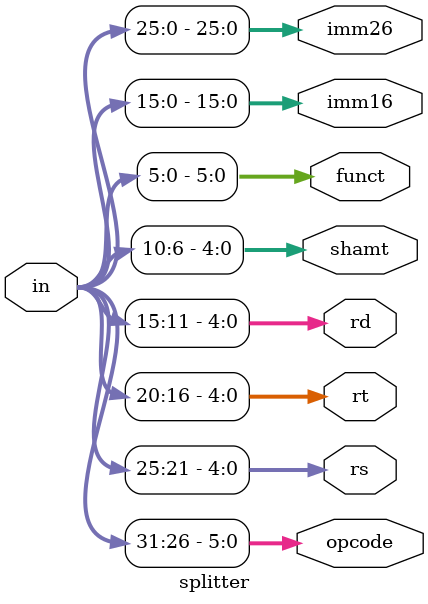
<source format=v>
`timescale 1ns / 1ps
module splitter(
    input [31:0] in,
    output [5:0] opcode,
    output [4:0] rs,
    output [4:0] rt,
    output [4:0] rd,
    output [4:0] shamt,
    output [5:0] funct,
    output [15:0] imm16,
    output [25:0] imm26
    );
	 assign opcode = {in[31:26]};
	 assign rs = {in[25:21]};
	 assign rt = {in[20:16]};
	 assign rd = {in[15:11]};
	 assign shamt = {in[10:6]};
	 assign funct = {in[5:0]};
	 assign imm16 = {in[15:0]};
	 assign imm26 = {in[25:0]};


endmodule

</source>
